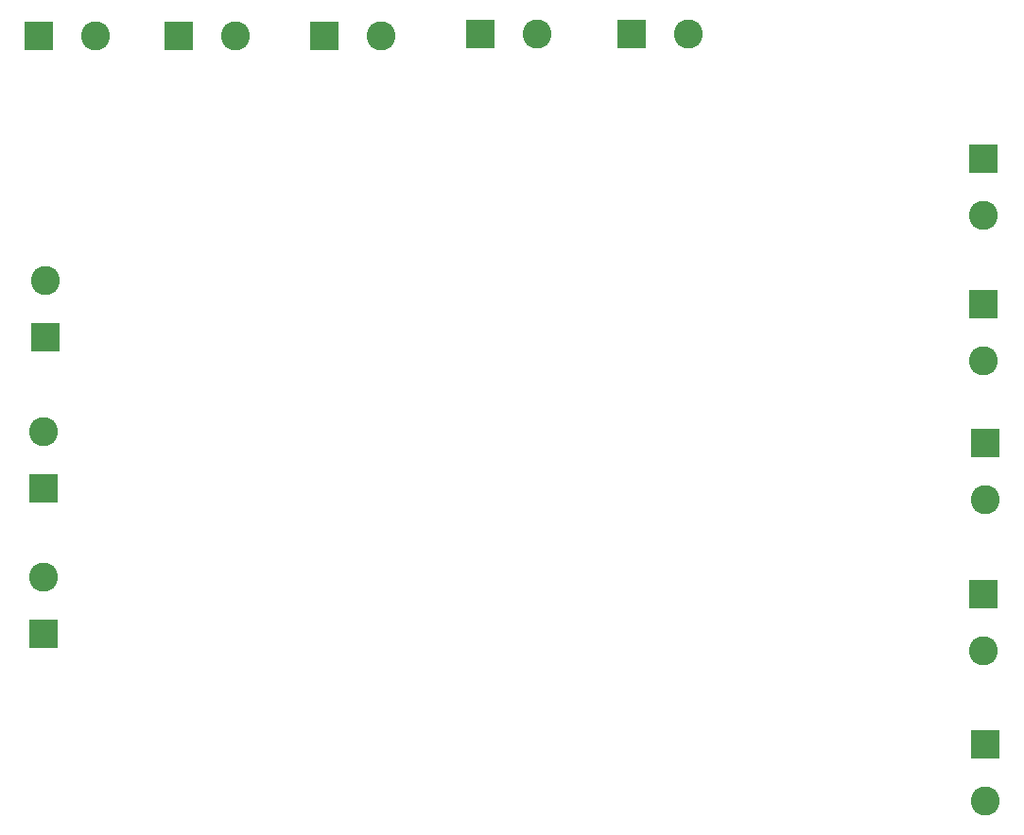
<source format=gbs>
%TF.GenerationSoftware,KiCad,Pcbnew,8.0.5*%
%TF.CreationDate,2024-11-24T13:51:33-06:00*%
%TF.ProjectId,Buck_V2,4275636b-5f56-4322-9e6b-696361645f70,rev?*%
%TF.SameCoordinates,Original*%
%TF.FileFunction,Soldermask,Bot*%
%TF.FilePolarity,Negative*%
%FSLAX46Y46*%
G04 Gerber Fmt 4.6, Leading zero omitted, Abs format (unit mm)*
G04 Created by KiCad (PCBNEW 8.0.5) date 2024-11-24 13:51:33*
%MOMM*%
%LPD*%
G01*
G04 APERTURE LIST*
%ADD10R,2.600000X2.600000*%
%ADD11C,2.600000*%
G04 APERTURE END LIST*
D10*
%TO.C,J7*%
X61420000Y-99500000D03*
D11*
X66500000Y-99500000D03*
%TD*%
D10*
%TO.C,J8*%
X74500000Y-99500000D03*
D11*
X79580000Y-99500000D03*
%TD*%
D10*
%TO.C,J14*%
X101955000Y-99305000D03*
D11*
X107035000Y-99305000D03*
%TD*%
D10*
%TO.C,J1*%
X133695000Y-162955000D03*
D11*
X133695000Y-168035000D03*
%TD*%
D10*
%TO.C,J6*%
X48920000Y-99500000D03*
D11*
X54000000Y-99500000D03*
%TD*%
D10*
%TO.C,J9*%
X88455000Y-99305000D03*
D11*
X93535000Y-99305000D03*
%TD*%
D10*
%TO.C,J2*%
X49305000Y-140045000D03*
D11*
X49305000Y-134965000D03*
%TD*%
D10*
%TO.C,J4*%
X49305000Y-153045000D03*
D11*
X49305000Y-147965000D03*
%TD*%
D10*
%TO.C,J12*%
X133695000Y-135955000D03*
D11*
X133695000Y-141035000D03*
%TD*%
D10*
%TO.C,J13*%
X133500000Y-149500000D03*
D11*
X133500000Y-154580000D03*
%TD*%
D10*
%TO.C,J3*%
X49500000Y-126500000D03*
D11*
X49500000Y-121420000D03*
%TD*%
D10*
%TO.C,J10*%
X133500000Y-110500000D03*
D11*
X133500000Y-115580000D03*
%TD*%
D10*
%TO.C,J11*%
X133500000Y-123500000D03*
D11*
X133500000Y-128580000D03*
%TD*%
M02*

</source>
